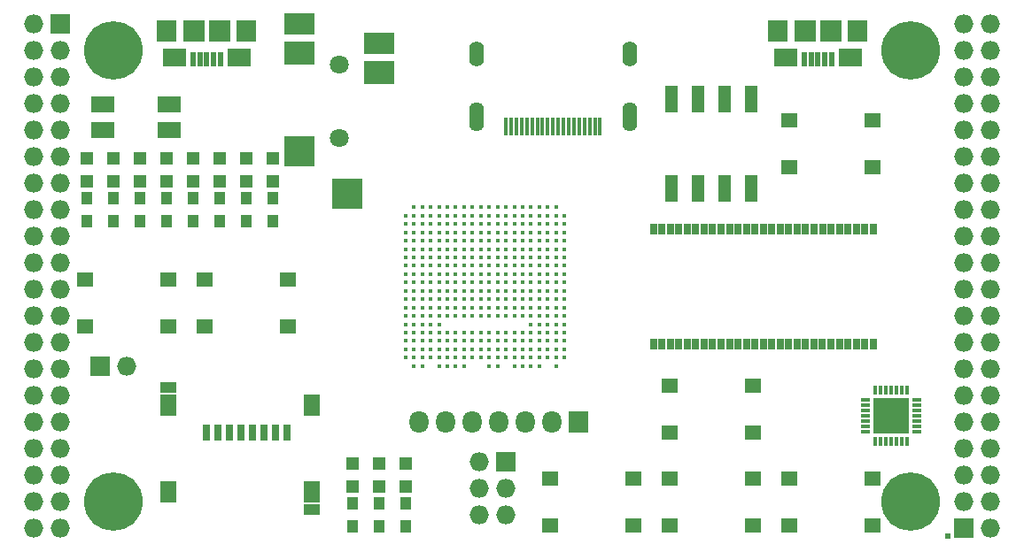
<source format=gts>
G04 #@! TF.FileFunction,Soldermask,Top*
%FSLAX46Y46*%
G04 Gerber Fmt 4.6, Leading zero omitted, Abs format (unit mm)*
G04 Created by KiCad (PCBNEW 4.0.7+dfsg1-1) date Fri Nov 17 22:58:38 2017*
%MOMM*%
%LPD*%
G01*
G04 APERTURE LIST*
%ADD10C,0.100000*%
%ADD11R,1.827200X1.827200*%
%ADD12O,1.827200X1.827200*%
%ADD13R,0.600000X0.600000*%
%ADD14C,5.600000*%
%ADD15R,2.300000X1.500000*%
%ADD16R,1.000000X1.300000*%
%ADD17R,2.200000X1.700000*%
%ADD18R,2.000000X2.000000*%
%ADD19R,0.500000X1.450000*%
%ADD20R,1.900000X2.000000*%
%ADD21O,0.950000X0.400000*%
%ADD22O,0.400000X0.950000*%
%ADD23R,1.775000X1.775000*%
%ADD24R,1.827200X2.132000*%
%ADD25O,1.827200X2.132000*%
%ADD26R,1.650000X1.400000*%
%ADD27R,1.220000X2.540000*%
%ADD28C,0.430000*%
%ADD29R,1.300000X1.300000*%
%ADD30R,2.900000X2.100000*%
%ADD31R,2.900000X2.300000*%
%ADD32R,2.900000X2.900000*%
%ADD33C,1.800000*%
%ADD34O,1.400000X2.800000*%
%ADD35O,1.400000X2.400000*%
%ADD36R,0.350000X1.700000*%
%ADD37R,0.800000X1.600000*%
%ADD38R,1.550000X1.000000*%
%ADD39R,1.550000X2.100000*%
%ADD40R,0.660000X1.000000*%
G04 APERTURE END LIST*
D10*
D11*
X97910000Y-62690000D03*
D12*
X95370000Y-62690000D03*
X97910000Y-65230000D03*
X95370000Y-65230000D03*
X97910000Y-67770000D03*
X95370000Y-67770000D03*
X97910000Y-70310000D03*
X95370000Y-70310000D03*
X97910000Y-72850000D03*
X95370000Y-72850000D03*
X97910000Y-75390000D03*
X95370000Y-75390000D03*
X97910000Y-77930000D03*
X95370000Y-77930000D03*
X97910000Y-80470000D03*
X95370000Y-80470000D03*
X97910000Y-83010000D03*
X95370000Y-83010000D03*
X97910000Y-85550000D03*
X95370000Y-85550000D03*
X97910000Y-88090000D03*
X95370000Y-88090000D03*
X97910000Y-90630000D03*
X95370000Y-90630000D03*
X97910000Y-93170000D03*
X95370000Y-93170000D03*
X97910000Y-95710000D03*
X95370000Y-95710000D03*
X97910000Y-98250000D03*
X95370000Y-98250000D03*
X97910000Y-100790000D03*
X95370000Y-100790000D03*
X97910000Y-103330000D03*
X95370000Y-103330000D03*
X97910000Y-105870000D03*
X95370000Y-105870000D03*
X97910000Y-108410000D03*
X95370000Y-108410000D03*
X97910000Y-110950000D03*
X95370000Y-110950000D03*
D13*
X182675150Y-111637626D03*
D11*
X184270000Y-110950000D03*
D12*
X186810000Y-110950000D03*
X184270000Y-108410000D03*
X186810000Y-108410000D03*
X184270000Y-105870000D03*
X186810000Y-105870000D03*
X184270000Y-103330000D03*
X186810000Y-103330000D03*
X184270000Y-100790000D03*
X186810000Y-100790000D03*
X184270000Y-98250000D03*
X186810000Y-98250000D03*
X184270000Y-95710000D03*
X186810000Y-95710000D03*
X184270000Y-93170000D03*
X186810000Y-93170000D03*
X184270000Y-90630000D03*
X186810000Y-90630000D03*
X184270000Y-88090000D03*
X186810000Y-88090000D03*
X184270000Y-85550000D03*
X186810000Y-85550000D03*
X184270000Y-83010000D03*
X186810000Y-83010000D03*
X184270000Y-80470000D03*
X186810000Y-80470000D03*
X184270000Y-77930000D03*
X186810000Y-77930000D03*
X184270000Y-75390000D03*
X186810000Y-75390000D03*
X184270000Y-72850000D03*
X186810000Y-72850000D03*
X184270000Y-70310000D03*
X186810000Y-70310000D03*
X184270000Y-67770000D03*
X186810000Y-67770000D03*
X184270000Y-65230000D03*
X186810000Y-65230000D03*
X184270000Y-62690000D03*
X186810000Y-62690000D03*
D14*
X102990000Y-108410000D03*
X179190000Y-108410000D03*
X179190000Y-65230000D03*
X102990000Y-65230000D03*
D15*
X108274000Y-70330000D03*
X101974000Y-70330000D03*
X101974000Y-72830000D03*
X108274000Y-72830000D03*
D11*
X101720000Y-95456000D03*
D12*
X104260000Y-95456000D03*
D16*
X128390000Y-108580000D03*
X128390000Y-110780000D03*
X130930000Y-110780000D03*
X130930000Y-108580000D03*
D17*
X114980000Y-65875000D03*
X108780000Y-65875000D03*
D18*
X113080000Y-63325000D03*
X110680000Y-63325000D03*
D19*
X113180000Y-66000000D03*
X112530000Y-66000000D03*
X111880000Y-66000000D03*
X111230000Y-66000000D03*
X110580000Y-66000000D03*
D20*
X115680000Y-63325000D03*
X108080000Y-63325000D03*
D17*
X173400000Y-65875000D03*
X167200000Y-65875000D03*
D18*
X171500000Y-63325000D03*
X169100000Y-63325000D03*
D19*
X171600000Y-66000000D03*
X170950000Y-66000000D03*
X170300000Y-66000000D03*
X169650000Y-66000000D03*
X169000000Y-66000000D03*
D20*
X174100000Y-63325000D03*
X166500000Y-63325000D03*
D11*
X140455000Y-104600000D03*
D12*
X137915000Y-104600000D03*
X140455000Y-107140000D03*
X137915000Y-107140000D03*
X140455000Y-109680000D03*
X137915000Y-109680000D03*
D16*
X118230000Y-81570000D03*
X118230000Y-79370000D03*
X115690000Y-81570000D03*
X115690000Y-79370000D03*
X113150000Y-81570000D03*
X113150000Y-79370000D03*
X110610000Y-81570000D03*
X110610000Y-79370000D03*
X108070000Y-81570000D03*
X108070000Y-79370000D03*
X105530000Y-81570000D03*
X105530000Y-79370000D03*
X102990000Y-81570000D03*
X102990000Y-79370000D03*
X100450000Y-81570000D03*
X100450000Y-79370000D03*
D21*
X179735000Y-101655000D03*
X179735000Y-101155000D03*
X179735000Y-100655000D03*
X179735000Y-100155000D03*
X179735000Y-99655000D03*
X179735000Y-99155000D03*
X179735000Y-98655000D03*
D22*
X178785000Y-97705000D03*
X178285000Y-97705000D03*
X177785000Y-97705000D03*
X177285000Y-97705000D03*
X176785000Y-97705000D03*
X176285000Y-97705000D03*
X175785000Y-97705000D03*
D21*
X174835000Y-98655000D03*
X174835000Y-99155000D03*
X174835000Y-99655000D03*
X174835000Y-100155000D03*
X174835000Y-100655000D03*
X174835000Y-101155000D03*
X174835000Y-101655000D03*
D22*
X175785000Y-102605000D03*
X176285000Y-102605000D03*
X176785000Y-102605000D03*
X177285000Y-102605000D03*
X177785000Y-102605000D03*
X178285000Y-102605000D03*
X178785000Y-102605000D03*
D23*
X176447500Y-99317500D03*
X176447500Y-100992500D03*
X178122500Y-99317500D03*
X178122500Y-100992500D03*
D24*
X147440000Y-100790000D03*
D25*
X144900000Y-100790000D03*
X142360000Y-100790000D03*
X139820000Y-100790000D03*
X137280000Y-100790000D03*
X134740000Y-100790000D03*
X132200000Y-100790000D03*
D26*
X175550000Y-71870000D03*
X175550000Y-76370000D03*
X167590000Y-76370000D03*
X167590000Y-71870000D03*
X100280000Y-91610000D03*
X100280000Y-87110000D03*
X108240000Y-87110000D03*
X108240000Y-91610000D03*
X111710000Y-91610000D03*
X111710000Y-87110000D03*
X119670000Y-87110000D03*
X119670000Y-91610000D03*
X156160000Y-101770000D03*
X156160000Y-97270000D03*
X164120000Y-97270000D03*
X164120000Y-101770000D03*
X164120000Y-106160000D03*
X164120000Y-110660000D03*
X156160000Y-110660000D03*
X156160000Y-106160000D03*
X152690000Y-106160000D03*
X152690000Y-110660000D03*
X144730000Y-110660000D03*
X144730000Y-106160000D03*
X175550000Y-106160000D03*
X175550000Y-110660000D03*
X167590000Y-110660000D03*
X167590000Y-106160000D03*
D27*
X163950000Y-69815000D03*
X156330000Y-78425000D03*
X161410000Y-69815000D03*
X158870000Y-78425000D03*
X158870000Y-69815000D03*
X161410000Y-78425000D03*
X156330000Y-69815000D03*
X163950000Y-78425000D03*
D28*
X131680000Y-80200000D03*
X132480000Y-80200000D03*
X133280000Y-80200000D03*
X134080000Y-80200000D03*
X134880000Y-80200000D03*
X135680000Y-80200000D03*
X136480000Y-80200000D03*
X137280000Y-80200000D03*
X138080000Y-80200000D03*
X138880000Y-80200000D03*
X139680000Y-80200000D03*
X140480000Y-80200000D03*
X141280000Y-80200000D03*
X142080000Y-80200000D03*
X142880000Y-80200000D03*
X143680000Y-80200000D03*
X144480000Y-80200000D03*
X145280000Y-80200000D03*
X130880000Y-81000000D03*
X131680000Y-81000000D03*
X132480000Y-81000000D03*
X133280000Y-81000000D03*
X134080000Y-81000000D03*
X134880000Y-81000000D03*
X135680000Y-81000000D03*
X136480000Y-81000000D03*
X137280000Y-81000000D03*
X138080000Y-81000000D03*
X138880000Y-81000000D03*
X139680000Y-81000000D03*
X140480000Y-81000000D03*
X141280000Y-81000000D03*
X142080000Y-81000000D03*
X142880000Y-81000000D03*
X143680000Y-81000000D03*
X144480000Y-81000000D03*
X145280000Y-81000000D03*
X146080000Y-81000000D03*
X130880000Y-81800000D03*
X131680000Y-81800000D03*
X132480000Y-81800000D03*
X133280000Y-81800000D03*
X134080000Y-81800000D03*
X134880000Y-81800000D03*
X135680000Y-81800000D03*
X136480000Y-81800000D03*
X137280000Y-81800000D03*
X138080000Y-81800000D03*
X138880000Y-81800000D03*
X139680000Y-81800000D03*
X140480000Y-81800000D03*
X141280000Y-81800000D03*
X142080000Y-81800000D03*
X142880000Y-81800000D03*
X143680000Y-81800000D03*
X144480000Y-81800000D03*
X145280000Y-81800000D03*
X146080000Y-81800000D03*
X130880000Y-82600000D03*
X131680000Y-82600000D03*
X132480000Y-82600000D03*
X133280000Y-82600000D03*
X134080000Y-82600000D03*
X134880000Y-82600000D03*
X135680000Y-82600000D03*
X136480000Y-82600000D03*
X137280000Y-82600000D03*
X138080000Y-82600000D03*
X138880000Y-82600000D03*
X139680000Y-82600000D03*
X140480000Y-82600000D03*
X141280000Y-82600000D03*
X142080000Y-82600000D03*
X142880000Y-82600000D03*
X143680000Y-82600000D03*
X144480000Y-82600000D03*
X145280000Y-82600000D03*
X146080000Y-82600000D03*
X130880000Y-83400000D03*
X131680000Y-83400000D03*
X132480000Y-83400000D03*
X133280000Y-83400000D03*
X134080000Y-83400000D03*
X134880000Y-83400000D03*
X135680000Y-83400000D03*
X136480000Y-83400000D03*
X137280000Y-83400000D03*
X138080000Y-83400000D03*
X138880000Y-83400000D03*
X139680000Y-83400000D03*
X140480000Y-83400000D03*
X141280000Y-83400000D03*
X142080000Y-83400000D03*
X142880000Y-83400000D03*
X143680000Y-83400000D03*
X144480000Y-83400000D03*
X145280000Y-83400000D03*
X146080000Y-83400000D03*
X130880000Y-84200000D03*
X131680000Y-84200000D03*
X132480000Y-84200000D03*
X133280000Y-84200000D03*
X134080000Y-84200000D03*
X134880000Y-84200000D03*
X135680000Y-84200000D03*
X136480000Y-84200000D03*
X137280000Y-84200000D03*
X138080000Y-84200000D03*
X138880000Y-84200000D03*
X139680000Y-84200000D03*
X140480000Y-84200000D03*
X141280000Y-84200000D03*
X142080000Y-84200000D03*
X142880000Y-84200000D03*
X143680000Y-84200000D03*
X144480000Y-84200000D03*
X145280000Y-84200000D03*
X146080000Y-84200000D03*
X130880000Y-85000000D03*
X131680000Y-85000000D03*
X132480000Y-85000000D03*
X133280000Y-85000000D03*
X134080000Y-85000000D03*
X134880000Y-85000000D03*
X135680000Y-85000000D03*
X136480000Y-85000000D03*
X137280000Y-85000000D03*
X138080000Y-85000000D03*
X138880000Y-85000000D03*
X139680000Y-85000000D03*
X140480000Y-85000000D03*
X141280000Y-85000000D03*
X142080000Y-85000000D03*
X142880000Y-85000000D03*
X143680000Y-85000000D03*
X144480000Y-85000000D03*
X145280000Y-85000000D03*
X146080000Y-85000000D03*
X130880000Y-85800000D03*
X131680000Y-85800000D03*
X132480000Y-85800000D03*
X133280000Y-85800000D03*
X134080000Y-85800000D03*
X134880000Y-85800000D03*
X135680000Y-85800000D03*
X136480000Y-85800000D03*
X137280000Y-85800000D03*
X138080000Y-85800000D03*
X138880000Y-85800000D03*
X139680000Y-85800000D03*
X140480000Y-85800000D03*
X141280000Y-85800000D03*
X142080000Y-85800000D03*
X142880000Y-85800000D03*
X143680000Y-85800000D03*
X144480000Y-85800000D03*
X145280000Y-85800000D03*
X146080000Y-85800000D03*
X130880000Y-86600000D03*
X131680000Y-86600000D03*
X132480000Y-86600000D03*
X133280000Y-86600000D03*
X134080000Y-86600000D03*
X134880000Y-86600000D03*
X135680000Y-86600000D03*
X136480000Y-86600000D03*
X137280000Y-86600000D03*
X138080000Y-86600000D03*
X138880000Y-86600000D03*
X139680000Y-86600000D03*
X140480000Y-86600000D03*
X141280000Y-86600000D03*
X142080000Y-86600000D03*
X142880000Y-86600000D03*
X143680000Y-86600000D03*
X144480000Y-86600000D03*
X145280000Y-86600000D03*
X146080000Y-86600000D03*
X130880000Y-87400000D03*
X131680000Y-87400000D03*
X132480000Y-87400000D03*
X133280000Y-87400000D03*
X134080000Y-87400000D03*
X134880000Y-87400000D03*
X135680000Y-87400000D03*
X136480000Y-87400000D03*
X137280000Y-87400000D03*
X138080000Y-87400000D03*
X138880000Y-87400000D03*
X139680000Y-87400000D03*
X140480000Y-87400000D03*
X141280000Y-87400000D03*
X142080000Y-87400000D03*
X142880000Y-87400000D03*
X143680000Y-87400000D03*
X144480000Y-87400000D03*
X145280000Y-87400000D03*
X146080000Y-87400000D03*
X130880000Y-88200000D03*
X131680000Y-88200000D03*
X132480000Y-88200000D03*
X133280000Y-88200000D03*
X134080000Y-88200000D03*
X134880000Y-88200000D03*
X135680000Y-88200000D03*
X136480000Y-88200000D03*
X137280000Y-88200000D03*
X138080000Y-88200000D03*
X138880000Y-88200000D03*
X139680000Y-88200000D03*
X140480000Y-88200000D03*
X141280000Y-88200000D03*
X142080000Y-88200000D03*
X142880000Y-88200000D03*
X143680000Y-88200000D03*
X144480000Y-88200000D03*
X145280000Y-88200000D03*
X146080000Y-88200000D03*
X130880000Y-89000000D03*
X131680000Y-89000000D03*
X132480000Y-89000000D03*
X133280000Y-89000000D03*
X134080000Y-89000000D03*
X134880000Y-89000000D03*
X135680000Y-89000000D03*
X136480000Y-89000000D03*
X137280000Y-89000000D03*
X138080000Y-89000000D03*
X138880000Y-89000000D03*
X139680000Y-89000000D03*
X140480000Y-89000000D03*
X141280000Y-89000000D03*
X142080000Y-89000000D03*
X142880000Y-89000000D03*
X143680000Y-89000000D03*
X144480000Y-89000000D03*
X145280000Y-89000000D03*
X146080000Y-89000000D03*
X130880000Y-89800000D03*
X131680000Y-89800000D03*
X132480000Y-89800000D03*
X133280000Y-89800000D03*
X134080000Y-89800000D03*
X134880000Y-89800000D03*
X135680000Y-89800000D03*
X136480000Y-89800000D03*
X137280000Y-89800000D03*
X138080000Y-89800000D03*
X138880000Y-89800000D03*
X139680000Y-89800000D03*
X140480000Y-89800000D03*
X141280000Y-89800000D03*
X142080000Y-89800000D03*
X142880000Y-89800000D03*
X143680000Y-89800000D03*
X144480000Y-89800000D03*
X145280000Y-89800000D03*
X146080000Y-89800000D03*
X130880000Y-90600000D03*
X131680000Y-90600000D03*
X132480000Y-90600000D03*
X133280000Y-90600000D03*
X134080000Y-90600000D03*
X134880000Y-90600000D03*
X135680000Y-90600000D03*
X136480000Y-90600000D03*
X137280000Y-90600000D03*
X138080000Y-90600000D03*
X138880000Y-90600000D03*
X139680000Y-90600000D03*
X140480000Y-90600000D03*
X141280000Y-90600000D03*
X142080000Y-90600000D03*
X142880000Y-90600000D03*
X143680000Y-90600000D03*
X144480000Y-90600000D03*
X145280000Y-90600000D03*
X146080000Y-90600000D03*
X130880000Y-91400000D03*
X131680000Y-91400000D03*
X132480000Y-91400000D03*
X133280000Y-91400000D03*
X134080000Y-91400000D03*
X142880000Y-91400000D03*
X143680000Y-91400000D03*
X144480000Y-91400000D03*
X145280000Y-91400000D03*
X146080000Y-91400000D03*
X130880000Y-92200000D03*
X131680000Y-92200000D03*
X132480000Y-92200000D03*
X133280000Y-92200000D03*
X134080000Y-92200000D03*
X134880000Y-92200000D03*
X135680000Y-92200000D03*
X136480000Y-92200000D03*
X137280000Y-92200000D03*
X138080000Y-92200000D03*
X138880000Y-92200000D03*
X139680000Y-92200000D03*
X140480000Y-92200000D03*
X141280000Y-92200000D03*
X142080000Y-92200000D03*
X142880000Y-92200000D03*
X143680000Y-92200000D03*
X144480000Y-92200000D03*
X145280000Y-92200000D03*
X146080000Y-92200000D03*
X130880000Y-93000000D03*
X131680000Y-93000000D03*
X132480000Y-93000000D03*
X133280000Y-93000000D03*
X134080000Y-93000000D03*
X134880000Y-93000000D03*
X135680000Y-93000000D03*
X136480000Y-93000000D03*
X137280000Y-93000000D03*
X138080000Y-93000000D03*
X138880000Y-93000000D03*
X139680000Y-93000000D03*
X140480000Y-93000000D03*
X141280000Y-93000000D03*
X142080000Y-93000000D03*
X142880000Y-93000000D03*
X143680000Y-93000000D03*
X144480000Y-93000000D03*
X145280000Y-93000000D03*
X146080000Y-93000000D03*
X130880000Y-93800000D03*
X131680000Y-93800000D03*
X132480000Y-93800000D03*
X133280000Y-93800000D03*
X134080000Y-93800000D03*
X134880000Y-93800000D03*
X135680000Y-93800000D03*
X136480000Y-93800000D03*
X137280000Y-93800000D03*
X138080000Y-93800000D03*
X138880000Y-93800000D03*
X139680000Y-93800000D03*
X140480000Y-93800000D03*
X141280000Y-93800000D03*
X142080000Y-93800000D03*
X142880000Y-93800000D03*
X143680000Y-93800000D03*
X144480000Y-93800000D03*
X145280000Y-93800000D03*
X146080000Y-93800000D03*
X130880000Y-94600000D03*
X131680000Y-94600000D03*
X132480000Y-94600000D03*
X133280000Y-94600000D03*
X134080000Y-94600000D03*
X134880000Y-94600000D03*
X135680000Y-94600000D03*
X136480000Y-94600000D03*
X137280000Y-94600000D03*
X138080000Y-94600000D03*
X138880000Y-94600000D03*
X139680000Y-94600000D03*
X140480000Y-94600000D03*
X141280000Y-94600000D03*
X142080000Y-94600000D03*
X142880000Y-94600000D03*
X143680000Y-94600000D03*
X144480000Y-94600000D03*
X145280000Y-94600000D03*
X146080000Y-94600000D03*
X131680000Y-95400000D03*
X132480000Y-95400000D03*
X134080000Y-95400000D03*
X134880000Y-95400000D03*
X135680000Y-95400000D03*
X136480000Y-95400000D03*
X138880000Y-95400000D03*
X139680000Y-95400000D03*
X141280000Y-95400000D03*
X142080000Y-95400000D03*
X142880000Y-95400000D03*
X143680000Y-95400000D03*
X145280000Y-95400000D03*
D29*
X125850000Y-104770000D03*
X125850000Y-106970000D03*
D16*
X125850000Y-108580000D03*
X125850000Y-110780000D03*
D29*
X128390000Y-104770000D03*
X128390000Y-106970000D03*
X118230000Y-77760000D03*
X118230000Y-75560000D03*
X115690000Y-77760000D03*
X115690000Y-75560000D03*
X113150000Y-77760000D03*
X113150000Y-75560000D03*
X110610000Y-77760000D03*
X110610000Y-75560000D03*
X108070000Y-77760000D03*
X108070000Y-75560000D03*
X105530000Y-77760000D03*
X105530000Y-75560000D03*
X102990000Y-77760000D03*
X102990000Y-75560000D03*
X100450000Y-77760000D03*
X100450000Y-75560000D03*
X130930000Y-104770000D03*
X130930000Y-106970000D03*
D30*
X120780000Y-62648000D03*
D31*
X120780000Y-65448000D03*
D32*
X120780000Y-74848000D03*
X125330000Y-78948000D03*
D31*
X128380000Y-67348000D03*
D30*
X128380000Y-64548000D03*
D33*
X124580000Y-66548000D03*
X124580000Y-73548000D03*
D34*
X152280000Y-71550000D03*
X137680000Y-71550000D03*
D35*
X137680000Y-65500000D03*
D36*
X140480000Y-72500000D03*
X140980000Y-72500000D03*
X141480000Y-72500000D03*
X141980000Y-72500000D03*
X142480000Y-72500000D03*
X142980000Y-72500000D03*
X143480000Y-72500000D03*
X143980000Y-72500000D03*
X144480000Y-72500000D03*
X144980000Y-72500000D03*
X145480000Y-72500000D03*
X145980000Y-72500000D03*
X146480000Y-72500000D03*
X146980000Y-72500000D03*
X147480000Y-72500000D03*
X147980000Y-72500000D03*
X148480000Y-72500000D03*
X148980000Y-72500000D03*
X149480000Y-72500000D03*
D35*
X152280000Y-65500000D03*
D37*
X111850000Y-101750000D03*
X112950000Y-101750000D03*
X114050000Y-101750000D03*
X115150000Y-101750000D03*
X116250000Y-101750000D03*
X117350000Y-101750000D03*
X118450000Y-101750000D03*
X119550000Y-101750000D03*
D38*
X108175000Y-97450000D03*
X121925000Y-109100000D03*
D39*
X121925000Y-99150000D03*
X108175000Y-99150000D03*
X108175000Y-107450000D03*
X121925000Y-107450000D03*
D40*
X175580000Y-82270000D03*
X154580000Y-93330000D03*
X155387600Y-93330000D03*
X156195300Y-93330000D03*
X157003000Y-93330000D03*
X157810700Y-93330000D03*
X158618400Y-93330000D03*
X159426100Y-93330000D03*
X160233800Y-93330000D03*
X161041500Y-93330000D03*
X161849200Y-93330000D03*
X162656900Y-93330000D03*
X163464600Y-93330000D03*
X164272300Y-93330000D03*
X165080000Y-93330000D03*
X165887700Y-93330000D03*
X166695400Y-93330000D03*
X167503100Y-93330000D03*
X168310800Y-93330000D03*
X169118500Y-93330000D03*
X169926200Y-93330000D03*
X170733900Y-93330000D03*
X171541600Y-93330000D03*
X172349300Y-93330000D03*
X173157000Y-93330000D03*
X173964700Y-93330000D03*
X174772400Y-93330000D03*
X175580000Y-93330000D03*
X174772400Y-82270000D03*
X173964700Y-82270000D03*
X173157000Y-82270000D03*
X172349300Y-82270000D03*
X171541600Y-82270000D03*
X170772400Y-82270000D03*
X169964700Y-82270000D03*
X169118500Y-82270000D03*
X168310800Y-82270000D03*
X167503100Y-82270000D03*
X166695400Y-82270000D03*
X165887700Y-82270000D03*
X165080000Y-82270000D03*
X164272300Y-82270000D03*
X163464600Y-82270000D03*
X162656900Y-82270000D03*
X161849200Y-82270000D03*
X161041500Y-82270000D03*
X160233800Y-82270000D03*
X159426100Y-82270000D03*
X158618400Y-82270000D03*
X157810700Y-82270000D03*
X157003000Y-82270000D03*
X156195300Y-82270000D03*
X155387600Y-82270000D03*
X154580000Y-82270000D03*
M02*

</source>
